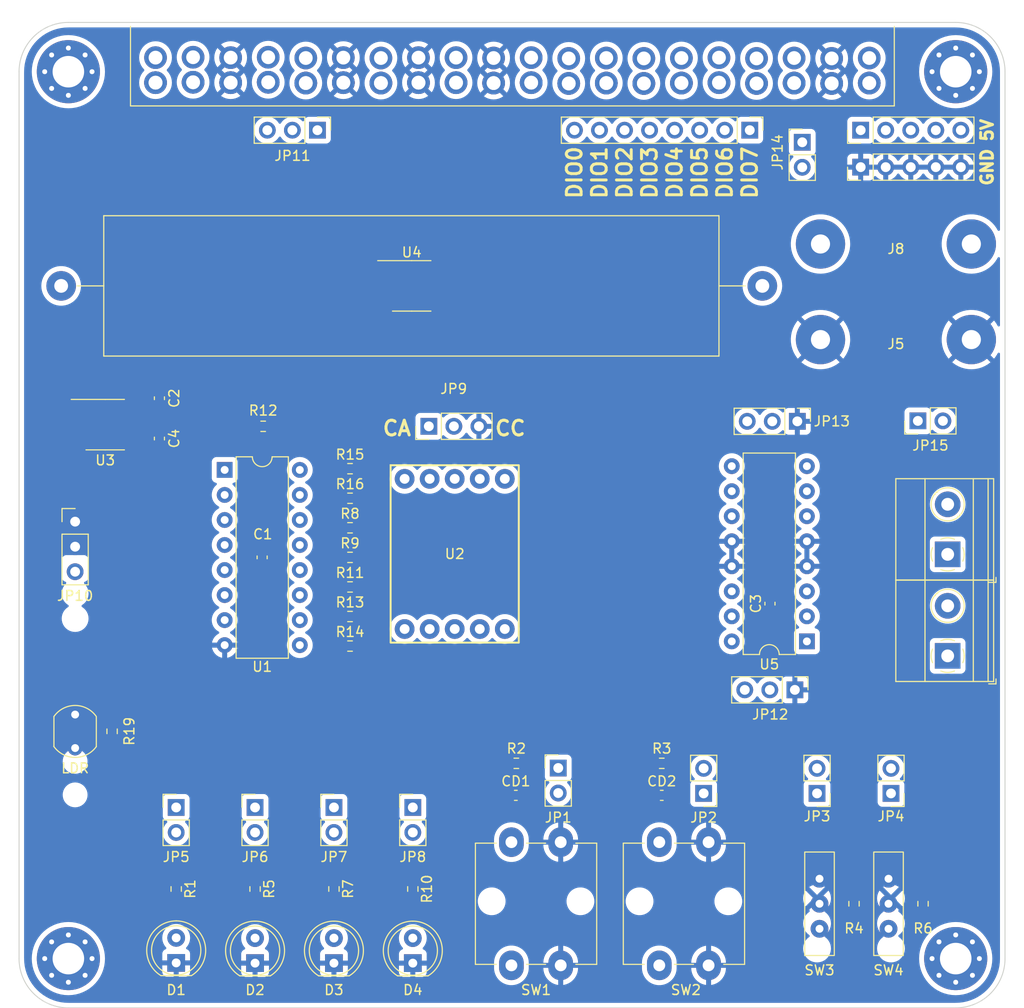
<source format=kicad_pcb>
(kicad_pcb (version 20211014) (generator pcbnew)
  (layers (0 "F.Cu" signal) (31 "B.Cu" signal) (34 "B.Paste" user) (35 "F.Paste" user) (36 "B.SilkS" user "B.Silkscreen") (37 "F.SilkS" user "F.Silkscreen") (38 "B.Mask" user) (39 "F.Mask" user) (44 "Edge.Cuts" user))
  (net 0 "")
  (net 1 "+5V")
  (net 2 "GND")
  (net 3 "Net-(C4-Pad1)")
  (net 4 "Net-(D1-Pad2)")
  (net 5 "Net-(D2-Pad2)")
  (net 6 "Net-(D3-Pad2)")
  (net 7 "Net-(D4-Pad2)")
  (net 8 "Net-(JP6-Pad2)")
  (net 9 "Net-(JP7-Pad2)")
  (net 10 "Net-(JP8-Pad2)")
  (net 13 "AO0")
  (net 15 "AI0+")
  (net 16 "AI1+")
  (net 17 "DIO0")
  (net 18 "DIO1")
  (net 19 "DIO2")
  (net 20 "DIO3")
  (net 21 "DIO4")
  (net 22 "DIO5")
  (net 23 "DIO6")
  (net 24 "DIO7")
  (net 25 "Net-(J4-Pad1)")
  (net 26 "Net-(J4-Pad2)")
  (net 27 "Net-(J6-Pad1)")
  (net 28 "Net-(J6-Pad2)")
  (net 29 "Net-(J8-Pad1)")
  (net 30 "Net-(JP9-Pad2)")
  (net 31 "Net-(JP10-Pad1)")
  (net 32 "Net-(JP10-Pad3)")
  (net 33 "Net-(JP11-Pad1)")
  (net 34 "Net-(JP12-Pad2)")
  (net 35 "Net-(JP13-Pad2)")
  (net 36 "SHUNT")
  (net 37 "VDD")
  (net 38 "Net-(R8-Pad1)")
  (net 39 "Net-(R8-Pad2)")
  (net 40 "Net-(R9-Pad1)")
  (net 41 "Net-(R9-Pad2)")
  (net 42 "Net-(R11-Pad1)")
  (net 43 "Net-(R11-Pad2)")
  (net 44 "Net-(R12-Pad2)")
  (net 45 "Net-(R13-Pad1)")
  (net 46 "Net-(R13-Pad2)")
  (net 47 "Net-(R14-Pad1)")
  (net 48 "Net-(R14-Pad2)")
  (net 49 "Net-(R15-Pad1)")
  (net 50 "Net-(R15-Pad2)")
  (net 51 "Net-(R16-Pad1)")
  (net 52 "Net-(R16-Pad2)")
  (net 53 "Net-(R17-Pad2)")
  (net 64 "Net-(JP5-Pad2)")
  (net 66 "Net-(R4-Pad1)")
  (net 67 "Net-(R6-Pad2)")
  (net 68 "Net-(JP1-Pad1)")
  (net 69 "Net-(JP2-Pad1)")
  (net 70 "Net-(JP3-Pad1)")
  (net 71 "Net-(JP4-Pad1)")
  (footprint "Resistor_SMD:R_0603_1608Metric" (layer "F.Cu") (at 73.6325 102.85)
    (fp_text reference "R11" (at 0 -1.43) (layer "F.SilkS"))
    (fp_text value "680")
    (pad "1" smd roundrect (at -0.825 0) (size 0.8 0.95) (layers "F.Cu" "F.Paste" "F.Mask") (net 42 "Net-(R11-Pad1)"))
    (pad "2" smd roundrect (at 0.825 0) (size 0.8 0.95) (layers "F.Cu" "F.Paste" "F.Mask") (net 43 "Net-(R11-Pad2)"))
  )
  (footprint "MountingHole:MountingHole_3.2mm_M3_Pad_Via" (layer "F.Cu") (at 135.064466 50.564466)
    (fp_text reference "H1" hide)
    (fp_text value "MountingHole_Pad")
    (pad "" thru_hole circle (at 0 0) (size 6.4 6.4) (drill 3.2) (layers *.Cu *.Mask))
    (pad "1" thru_hole circle (at -1.697056 1.697056) (size 0.8 0.8) (drill 0.5) (layers *.Cu *.Mask))
    (pad "1" thru_hole circle (at 0 -2.4) (size 0.8 0.8) (drill 0.5) (layers *.Cu *.Mask))
    (pad "1" thru_hole circle (at 1.697056 1.697056) (size 0.8 0.8) (drill 0.5) (layers *.Cu *.Mask))
    (pad "1" thru_hole circle (at -1.697056 -1.697056) (size 0.8 0.8) (drill 0.5) (layers *.Cu *.Mask))
    (pad "1" thru_hole circle (at -2.4 0) (size 0.8 0.8) (drill 0.5) (layers *.Cu *.Mask))
    (pad "1" thru_hole circle (at 1.697056 -1.697056) (size 0.8 0.8) (drill 0.5) (layers *.Cu *.Mask))
    (pad "1" thru_hole circle (at 2.4 0) (size 0.8 0.8) (drill 0.5) (layers *.Cu *.Mask))
    (pad "1" thru_hole circle (at 0 2.4) (size 0.8 0.8) (drill 0.5) (layers *.Cu *.Mask))
  )
  (footprint "LED_THT:LED_D5.0mm" (layer "F.Cu") (at 80 141.025 90)
    (fp_text reference "D4" (at -2.725 0) (layer "F.SilkS"))
    (fp_text value "LED")
    (pad "1" thru_hole rect (at 0 0 90) (size 1.8 1.8) (drill 0.9) (layers *.Cu *.Mask) (net 2 "GND"))
    (pad "2" thru_hole circle (at 2.54 0 90) (size 1.8 1.8) (drill 0.9) (layers *.Cu *.Mask) (net 7 "Net-(D4-Pad2)"))
  )
  (footprint "Library:Omron_B3F-12x12mm" (layer "F.Cu") (at 90 141.25 90)
    (fp_text reference "SW1" (at -2.5 2.5 180) (layer "F.SilkS"))
    (fp_text value "SW_Push")
    (pad "" np_thru_hole circle (at 6.5 7 90) (size 1.8 1.8) (drill 1.8) (layers F&B.Cu *.Mask))
    (pad "" np_thru_hole circle (at 6.5 -2 90) (size 1.8 1.8) (drill 1.8) (layers F&B.Cu *.Mask))
    (pad "1" thru_hole oval (at 0 0 90) (size 3 2.5) (drill 1.2) (layers *.Cu *.Mask) (net 21 "DIO4"))
    (pad "1" thru_hole oval (at 12.5 0 90) (size 3 2.5) (drill 1.2) (layers *.Cu *.Mask) (net 21 "DIO4"))
    (pad "2" thru_hole oval (at 0 5 90) (size 3 2.5) (drill 1.2) (layers *.Cu *.Mask) (net 2 "GND"))
    (pad "2" thru_hole oval (at 12.5 5 90) (size 3 2.5) (drill 1.2) (layers *.Cu *.Mask) (net 2 "GND"))
  )
  (footprint "Capacitor_SMD:C_0603_1608Metric" (layer "F.Cu") (at 105.25 124)
    (fp_text reference "CD2" (at 0 -1.43) (layer "F.SilkS"))
    (fp_text value "100n")
    (pad "1" smd roundrect (at -0.775 0) (size 0.9 0.95) (layers "F.Cu" "F.Paste" "F.Mask") (net 22 "DIO5"))
    (pad "2" smd roundrect (at 0.775 0) (size 0.9 0.95) (layers "F.Cu" "F.Paste" "F.Mask") (net 2 "GND"))
  )
  (footprint "Connector_PinHeader_2.54mm:PinHeader_1x02_P2.54mm_Vertical" (layer "F.Cu") (at 56 125.225)
    (fp_text reference "JP5" (at 0 5.025 180) (layer "F.SilkS"))
    (fp_text value "Jumper_2_Open")
    (pad "1" thru_hole rect (at 0 0) (size 1.7 1.7) (drill 1) (layers *.Cu *.Mask) (net 17 "DIO0"))
    (pad "2" thru_hole oval (at 0 2.54) (size 1.7 1.7) (drill 1) (layers *.Cu *.Mask) (net 64 "Net-(JP5-Pad2)"))
  )
  (footprint "Capacitor_SMD:C_0603_1608Metric" (layer "F.Cu") (at 116.225 104.545 90)
    (fp_text reference "C3" (at 0 -1.43 90) (layer "F.SilkS"))
    (fp_text value "100n")
    (pad "1" smd roundrect (at -0.775 0 90) (size 0.9 0.95) (layers "F.Cu" "F.Paste" "F.Mask") (net 1 "+5V"))
    (pad "2" smd roundrect (at 0.775 0 90) (size 0.9 0.95) (layers "F.Cu" "F.Paste" "F.Mask") (net 2 "GND"))
  )
  (footprint "Library:we01014042" (layer "F.Cu") (at 128.25 135 90)
    (fp_text reference "SW4" (at -6.75 0 unlocked) (layer "F.SilkS"))
    (fp_text value "SW_SPDT")
    (pad "1" thru_hole circle (at -2.54 0 90) (size 1.8 1.8) (drill 0.8) (layers *.Cu *.Mask) (net 1 "+5V"))
    (pad "2" thru_hole circle (at 0 0 90) (size 1.8 1.8) (drill 0.8) (layers *.Cu *.Mask) (net 67 "Net-(R6-Pad2)"))
    (pad "3" thru_hole circle (at 2.54 0 90) (size 1.8 1.8) (drill 0.8) (layers *.Cu *.Mask) (net 2 "GND"))
  )
  (footprint "Connector_PinHeader_2.54mm:PinHeader_1x03_P2.54mm_Vertical" (layer "F.Cu") (at 45.75 96.225)
    (fp_text reference "JP10" (at 0 7.525) (layer "F.SilkS"))
    (fp_text value "Jumper_3_Open")
    (pad "1" thru_hole rect (at 0 0) (size 1.7 1.7) (drill 1) (layers *.Cu *.Mask) (net 31 "Net-(JP10-Pad1)"))
    (pad "2" thru_hole oval (at 0 2.54) (size 1.7 1.7) (drill 1) (layers *.Cu *.Mask) (net 15 "AI0+"))
    (pad "3" thru_hole oval (at 0 5.08) (size 1.7 1.7) (drill 1) (layers *.Cu *.Mask) (net 32 "Net-(JP10-Pad3)"))
  )
  (footprint "Resistor_SMD:R_0603_1608Metric" (layer "F.Cu") (at 105.25 120.75 180)
    (fp_text reference "R3" (at 0 1.5) (layer "F.SilkS"))
    (fp_text value "10k")
    (pad "1" smd roundrect (at -0.825 0 180) (size 0.8 0.95) (layers "F.Cu" "F.Paste" "F.Mask") (net 69 "Net-(JP2-Pad1)"))
    (pad "2" smd roundrect (at 0.825 0 180) (size 0.8 0.95) (layers "F.Cu" "F.Paste" "F.Mask") (net 22 "DIO5"))
  )
  (footprint "Connector_PinHeader_2.54mm:PinHeader_1x02_P2.54mm_Vertical" (layer "F.Cu") (at 94.75 121.225)
    (fp_text reference "JP1" (at 0 5.025 180) (layer "F.SilkS"))
    (fp_text value "Jumper_2_Open")
    (pad "1" thru_hole rect (at 0 0) (size 1.7 1.7) (drill 1) (layers *.Cu *.Mask) (net 68 "Net-(JP1-Pad1)"))
    (pad "2" thru_hole oval (at 0 2.54) (size 1.7 1.7) (drill 1) (layers *.Cu *.Mask) (net 1 "+5V"))
  )
  (footprint "Connector_PinHeader_2.54mm:PinHeader_1x02_P2.54mm_Vertical" (layer "F.Cu") (at 72 125.225)
    (fp_text reference "JP7" (at 0 5.025 180) (layer "F.SilkS"))
    (fp_text value "Jumper_2_Open")
    (pad "1" thru_hole rect (at 0 0) (size 1.7 1.7) (drill 1) (layers *.Cu *.Mask) (net 19 "DIO2"))
    (pad "2" thru_hole oval (at 0 2.54) (size 1.7 1.7) (drill 1) (layers *.Cu *.Mask) (net 9 "Net-(JP7-Pad2)"))
  )
  (footprint "Connector_PinHeader_2.54mm:PinHeader_1x05_P2.54mm_Vertical" (layer "F.Cu") (at 125.425 56.5 90)
    (fp_text reference "J2" hide)
    (fp_text value "Conn_01x05_Male")
    (pad "1" thru_hole rect (at 0 0 90) (size 1.7 1.7) (drill 1) (layers *.Cu *.Mask) (net 1 "+5V"))
    (pad "2" thru_hole oval (at 0 2.54 90) (size 1.7 1.7) (drill 1) (layers *.Cu *.Mask) (net 1 "+5V"))
    (pad "3" thru_hole oval (at 0 5.08 90) (size 1.7 1.7) (drill 1) (layers *.Cu *.Mask) (net 1 "+5V"))
    (pad "4" thru_hole oval (at 0 7.62 90) (size 1.7 1.7) (drill 1) (layers *.Cu *.Mask) (net 1 "+5V"))
    (pad "5" thru_hole oval (at 0 10.16 90) (size 1.7 1.7) (drill 1) (layers *.Cu *.Mask) (net 1 "+5V"))
  )
  (footprint "Library:Omron_B3F-12x12mm" (layer "F.Cu") (at 105 141.25 90)
    (fp_text reference "SW2" (at -2.5 2.7 180) (layer "F.SilkS"))
    (fp_text value "SW_Push")
    (pad "" np_thru_hole circle (at 6.5 7 90) (size 1.8 1.8) (drill 1.8) (layers F&B.Cu *.Mask))
    (pad "" np_thru_hole circle (at 6.5 -2 90) (size 1.8 1.8) (drill 1.8) (layers F&B.Cu *.Mask))
    (pad "1" thru_hole oval (at 12.5 0 90) (size 3 2.5) (drill 1.2) (layers *.Cu *.Mask) (net 22 "DIO5"))
    (pad "1" thru_hole oval (at 0 0 90) (size 3 2.5) (drill 1.2) (layers *.Cu *.Mask) (net 22 "DIO5"))
    (pad "2" thru_hole oval (at 0 5 90) (size 3 2.5) (drill 1.2) (layers *.Cu *.Mask) (net 2 "GND"))
    (pad "2" thru_hole oval (at 12.5 5 90) (size 3 2.5) (drill 1.2) (layers *.Cu *.Mask) (net 2 "GND"))
  )
  (footprint "Connector_PinHeader_2.54mm:PinHeader_1x02_P2.54mm_Vertical" (layer "F.Cu") (at 119.5 57.725)
    (fp_text reference "JP14" (at -2.5 1.025 270) (layer "F.SilkS"))
    (fp_text value "Jumper_2_Open")
    (pad "1" thru_hole rect (at 0 0) (size 1.7 1.7) (drill 1) (layers *.Cu *.Mask) (net 29 "Net-(J8-Pad1)"))
    (pad "2" thru_hole oval (at 0 2.54) (size 1.7 1.7) (drill 1) (layers *.Cu *.Mask) (net 36 "SHUNT"))
  )
  (footprint "TerminalBlock_Phoenix:TerminalBlock_Phoenix_MKDS-1,5-2-5.08_1x02_P5.08mm_Horizontal" (layer "F.Cu") (at 134.25 99.545 90)
    (fp_text reference "J6" hide)
    (fp_text value "Screw_Terminal_01x02")
    (pad "1" thru_hole rect (at 0 0 90) (size 2.6 2.6) (drill 1.3) (layers *.Cu *.Mask) (net 27 "Net-(J6-Pad1)"))
    (pad "2" thru_hole circle (at 5.08 0 90) (size 2.6 2.6) (drill 1.3) (layers *.Cu *.Mask) (net 28 "Net-(J6-Pad2)"))
  )
  (footprint "Capacitor_SMD:C_0603_1608Metric" (layer "F.Cu") (at 54.3 87.79 -90)
    (fp_text reference "C4" (at 0 -1.5 -270) (layer "F.SilkS"))
    (fp_text value "1n")
    (pad "1" smd roundrect (at -0.775 0 270) (size 0.9 0.95) (layers "F.Cu" "F.Paste" "F.Mask") (net 3 "Net-(C4-Pad1)"))
    (pad "2" smd roundrect (at 0.775 0 270) (size 0.9 0.95) (layers "F.Cu" "F.Paste" "F.Mask") (net 2 "GND"))
  )
  (footprint "LED_THT:LED_D5.0mm" (layer "F.Cu") (at 64 141.025 90)
    (fp_text reference "D2" (at -2.725 0) (layer "F.SilkS"))
    (fp_text value "LED")
    (pad "1" thru_hole rect (at 0 0 90) (size 1.8 1.8) (drill 0.9) (layers *.Cu *.Mask) (net 2 "GND"))
    (pad "2" thru_hole circle (at 2.54 0 90) (size 1.8 1.8) (drill 0.9) (layers *.Cu *.Mask) (net 5 "Net-(D2-Pad2)"))
  )
  (footprint "Resistor_SMD:R_0603_1608Metric" (layer "F.Cu") (at 73.6325 105.85)
    (fp_text reference "R13" (at 0 -1.43) (layer "F.SilkS"))
    (fp_text value "680")
    (pad "1" smd roundrect (at -0.825 0) (size 0.8 0.95) (layers "F.Cu" "F.Paste" "F.Mask") (net 45 "Net-(R13-Pad1)"))
    (pad "2" smd roundrect (at 0.825 0) (size 0.8 0.95) (layers "F.Cu" "F.Paste" "F.Mask") (net 46 "Net-(R13-Pad2)"))
  )
  (footprint "Resistor_SMD:R_0603_1608Metric" (layer "F.Cu") (at 73.6325 96.85)
    (fp_text reference "R8" (at 0 -1.43) (layer "F.SilkS"))
    (fp_text value "680")
    (pad "1" smd roundrect (at -0.825 0) (size 0.8 0.95) (layers "F.Cu" "F.Paste" "F.Mask") (net 38 "Net-(R8-Pad1)"))
    (pad "2" smd roundrect (at 0.825 0) (size 0.8 0.95) (layers "F.Cu" "F.Paste" "F.Mask") (net 39 "Net-(R8-Pad2)"))
  )
  (footprint "MountingHole:MountingHole_3.2mm_M3_Pad_Via" (layer "F.Cu") (at 45.064466 50.564466 -90)
    (fp_text reference "H4" hide)
    (fp_text value "MountingHole_Pad")
    (pad "" thru_hole circle (at 0 0 270) (size 6.4 6.4) (drill 3.2) (layers *.Cu *.Mask))
    (pad "1" thru_hole circle (at 0 2.4 270) (size 0.8 0.8) (drill 0.5) (layers *.Cu *.Mask))
    (pad "1" thru_hole circle (at 1.697056 -1.697056 270) (size 0.8 0.8) (drill 0.5) (layers *.Cu *.Mask))
    (pad "1" thru_hole circle (at -2.4 0 270) (size 0.8 0.8) (drill 0.5) (layers *.Cu *.Mask))
    (pad "1" thru_hole circle (at 1.697056 1.697056 270) (size 0.8 0.8) (drill 0.5) (layers *.Cu *.Mask))
    (pad "1" thru_hole circle (at 2.4 0 270) (size 0.8 0.8) (drill 0.5) (layers *.Cu *.Mask))
    (pad "1" thru_hole circle (at 0 -2.4 270) (size 0.8 0.8) (drill 0.5) (layers *.Cu *.Mask))
    (pad "1" thru_hole circle (at -1.697056 -1.697056 270) (size 0.8 0.8) (drill 0.5) (layers *.Cu *.Mask))
    (pad "1" thru_hole circle (at -1.697056 1.697056 270) (size 0.8 0.8) (drill 0.5) (layers *.Cu *.Mask))
  )
  (footprint "Library:we01014042" (layer "F.Cu") (at 121.25 135 90)
    (fp_text reference "SW3" (at -6.75 0 unlocked) (layer "F.SilkS"))
    (fp_text value "SW_SPDT")
    (pad "1" thru_hole circle (at -2.54 0 90) (size 1.8 1.8) (drill 0.8) (layers *.Cu *.Mask) (net 1 "+5V"))
    (pad "2" thru_hole circle (at 0 0 90) (size 1.8 1.8) (drill 0.8) (layers *.Cu *.Mask) (net 66 "Net-(R4-Pad1)"))
    (pad "3" thru_hole circle (at 2.54 0 90) (size 1.8 1.8) (drill 0.8) (layers *.Cu *.Mask) (net 2 "GND"))
  )
  (footprint "Connector_PinHeader_2.54mm:PinHeader_1x02_P2.54mm_Vertical" (layer "F.Cu") (at 109.5 123.8 180)
    (fp_text reference "JP2" (at 0 -2.45 180) (layer "F.SilkS"))
    (fp_text value "Jumper_2_Open")
    (pad "1" thru_hole rect (at 0 0 180) (size 1.7 1.7) (drill 1) (layers *.Cu *.Mask) (net 69 "Net-(JP2-Pad1)"))
    (pad "2" thru_hole oval (at 0 2.54 180) (size 1.7 1.7) (drill 1) (layers *.Cu *.Mask) (net 1 "+5V"))
  )
  (footprint "Connector_PinHeader_2.54mm:PinHeader_1x03_P2.54mm_Vertical" (layer "F.Cu") (at 119 86.045 -90)
    (fp_text reference "JP13" (at 0 -3.5) (layer "F.SilkS"))
    (fp_text value "Jumper_3_Open")
    (pad "1" thru_hole rect (at 0 0 270) (size 1.7 1.7) (drill 1) (layers *.Cu *.Mask) (net 2 "GND"))
    (pad "2" thru_hole oval (at 0 2.54 270) (size 1.7 1.7) (drill 1) (layers *.Cu *.Mask) (net 35 "Net-(JP13-Pad2)"))
    (pad "3" thru_hole oval (at 0 5.08 270) (size 1.7 1.7) (drill 1) (layers *.Cu *.Mask) (net 1 "+5V"))
  )
  (footprint "Connector_PinHeader_2.54mm:PinHeader_1x02_P2.54mm_Vertical" (layer "F.Cu") (at 80 125.225)
    (fp_text reference "JP8" (at 0 5.025 180) (layer "F.SilkS"))
    (fp_text value "Jumper_2_Open")
    (pad "1" thru_hole rect (at 0 0) (size 1.7 1.7) (drill 1) (layers *.Cu *.Mask) (net 20 "DIO3"))
    (pad "2" thru_hole oval (at 0 2.54) (size 1.7 1.7) (drill 1) (layers *.Cu *.Mask) (net 10 "Net-(JP8-Pad2)"))
  )
  (footprint "Library:OSTV7XX3151" (layer "F.Cu") (at 53.905 49.1375)
    (fp_text reference "J1" hide)
    (fp_text value "OSTV7XX3151")
    (pad "1" thru_hole circle (at 0 2.54) (size 2.3 2.3) (drill 1.4) (layers *.Cu *.Mask))
    (pad "1" thru_hole circle (at 0 0) (size 2.3 2.3) (drill 1.4) (layers *.Cu *.Mask))
    (pad "1" thru_hole circle (at 0 2.54) (size 2.3 2.3) (drill 1.4) (layers *.Cu *.Mask))
    (pad "2" thru_hole circle (at 3.81 2.5) (size 2.3 2.3) (drill 1.4) (layers *.Cu *.Mask))
    (pad "2" thru_hole circle (at 3.81 -0.04) (size 2.3 2.3) (drill 1.4) (layers *.Cu *.Mask))
    (pad "2" thru_hole circle (at 3.81 2.5) (size 2.3 2.3) (drill 1.4) (layers *.Cu *.Mask))
    (pad "3" thru_hole circle (at 7.62 0) (size 2.3 2.3) (drill 1.4) (layers *.Cu *.Mask) (net 2 "GND"))
    (pad "3" thru_hole circle (at 7.62 2.54) (size 2.3 2.3) (drill 1.4) (layers *.Cu *.Mask) (net 2 "GND"))
    (pad "3" thru_hole circle (at 7.62 2.54) (size 2.3 2.3) (drill 1.4) (layers *.Cu *.Mask) (net 2 "GND"))
    (pad "4" thru_hole circle (at 11.43 2.5) (size 2.3 2.3) (drill 1.4) (layers *.Cu *.Mask) (net 13 "AO0"))
    (pad "4" thru_hole circle (at 11.43 -0.04) (size 2.3 2.3) (drill 1.4) (layers *.Cu *.Mask) (net 13 "AO0"))
    (pad "4" thru_hole circle (at 11.43 2.5) (size 2.3 2.3) (drill 1.4) (layers *.Cu *.Mask) (net 13 "AO0"))
    (pad "5" thru_hole circle (at 15.24 2.58) (size 2.3 2.3) (drill 1.4) (layers *.Cu *.Mask))
    (pad "5" thru_hole circle (at 15.24 0.04) (size 2.3 2.3) (drill 1.4) (layers *.Cu *.Mask))
    (pad "5" thru_hole circle (at 15.24 2.58) (size 2.3 2.3) (drill 1.4) (layers *.Cu *.Mask))
    (pad "6" thru_hole circle (at 19.05 2.54) (size 2.3 2.3) (drill 1.4) (layers *.Cu *.Mask) (net 2 "GND"))
    (pad "6" thru_hole circle (at 19.05 0) (size 2.3 2.3) (drill 1.4) (layers *.Cu *.Mask) (net 2 "GND"))
    (pad "6" thru_hole circle (at 19.05 2.54) (size 2.3 2.3) (drill 1.4) (layers *.Cu *.Mask) (net 2 "GND"))
    (pad "7" thru_hole circle (at 22.86 2.58) (size 2.3 2.3) (drill 1.4) (layers *.Cu *.Mask) (net 15 "AI0+"))
    (pad "7" thru_hole circle (at 22.86 2.58) (size 2.3 2.3) (drill 1.4) (layers *.Cu *.Mask) (net 15 "AI0+"))
    (pad "7" thru_hole circle (at 22.86 0.04) (size 2.3 2.3) (drill 1.4) (layers *.Cu *.Mask) (net 15 "AI0+"))
    (pad "8" thru_hole circle (at 26.67 2.54) (size 2.3 2.3) (drill 1.4) (layers *.Cu *.Mask) (net 2 "GND"))
    (pad "8" thru_hole circle (at 26.67 0) (size 2.3 2.3) (drill 1.4) (layers *.Cu *.Mask) (net 2 "GND"))
    (pad "8" thru_hole circle (at 26.67 2.54) (size 2.3 2.3) (drill 1.4) (layers *.Cu *.Mask) (net 2 "GND"))
    (pad "9" thru_hole circle (at 30.48 0) (size 2.3 2.3) (drill 1.4) (layers *.Cu *.Mask) (net 16 "AI1+"))
    (pad "9" thru_hole circle (at 30.48 2.54) (size 2.3 2.3) (drill 1.4) (layers *.Cu *.Mask) (net 16 "AI1+"))
    (pad "9" thru_hole circle (at 30.48 2.54) (size 2.3 2.3) (drill 1.4) (layers *.Cu *.Mask) (net 16 "AI1+"))
    (pad "10" thru_hole circle (at 34.29 2.58) (size 2.3 2.3) (drill 1.4) (layers *.Cu *.Mask) (net 2 "GND"))
    (pad "10" thru_hole circle (at 34.29 2.58) (size 2.3 2.3) (drill 1.4) (layers *.Cu *.Mask) (net 2 "GND"))
    (pad "10" thru_hole circle (at 34.29 0.04) (size 2.3 2.3) (drill 1.4) (layers *.Cu *.Mask) (net 2 "GND"))
    (pad "11" thru_hole circle (at 38.1 2.54) (size 2.3 2.3) (drill 1.4) (layers *.Cu *.Mask) (net 17 "DIO0"))
    (pad "11" thru_hole circle (at 38.1 2.54) (size 2.3 2.3) (drill 1.4) (layers *.Cu *.Mask) (net 17 "DIO0"))
    (pad "11" thru_hole circle (at 38.1 0) (size 2.3 2.3) (drill 1.4) (layers *.Cu *.Mask) (net 17 "DIO0"))
    (pad "12" thru_hole circle (at 41.91 2.62) (size 2.3 2.3) (drill 1.4) (layers *.Cu *.Mask) (net 18 "DIO1"))
    (pad "12" thru_hole circle (at 41.91 2.62) (size 2.3 2.3) (drill 1.4) (layers *.Cu *.Mask) (net 18 "DIO1"))
    (pad "12" thru_hole circle (at 41.91 0.08) (size 2.3 2.3) (drill 1.4) (layers *.Cu *.Mask) (net 18 "DIO1"))
    (pad "13" thru_hole circle (at 45.72 0.04) (size 2.3 2.3) (drill 1.4) (layers *.Cu *.Mask) (net 19 "DIO2"))
    (pad "13" thru_hole circle (at 45.72 2.58) (size 2.3 2.3) (drill 1.4) (layers *.Cu *.Mask) (net 19 "DIO2"))
    (pad "13" thru_hole circle (at 45.72 2.58) (size 2.3 2.3) (drill 1.4) (layers *.Cu *.Mask) (net 19 "DIO2"))
    (pad "14" thru_hole circle (at 49.53 0.08) (size 2.3 2.3) (drill 1.4) (layers *.Cu *.Mask) (net 20 "DIO3"))
    (pad "14" thru_hole circle (at 49.53 2.62) (size 2.3 2.3) (drill 1.4) (layers *.Cu *.Mask) (net 20 "DIO3"))
    (pad "14" thru_hole circle (at 49.53 2.62) (size 2.3 2.3) (drill 1.4) (layers *.Cu *.Mask) (net 20 "DIO3"))
    (pad "15" thru_hole circle (at 53.34 2.58) (size 2.3 2.3) (drill 1.4) (layers *.Cu *.Mask) (net 21 "DIO4"))
    (pad "15" thru_hole circle (at 53.34 0.04) (size 2.3 2.3) (drill 1.4) (layers *.Cu *.Mask) (net 21 "DIO4"))
    (pad "15" thru_hole circle (at 53.34 2.58) (size 2.3 2.3) (drill 1.4) (layers *.Cu *.Mask) (net 21 "DIO4"))
    (pad "16" thru_hole circle (at 57.15 2.54) (size 2.3 2.3) (drill 1.4) (layers *.Cu *.Mask) (net 22 "DIO5"))
    (pad "16" thru_hole circle (at 57.15 0) (size 2.3 2.3) (drill 1.4) (layers *.Cu *.Mask) (net 22 "DIO5"))
    (pad "16" thru_hole circle (at 57.15 2.54) (size 2.3 2.3) (drill 1.4) (layers *.Cu *.Mask) (net 22 "DIO5"))
    (pad "17" thru_hole circle (at 60.96 2.62) (size 2.3 2.3) (drill 1.4) (layers *.Cu *.Mask) (net 23 "DIO6"))
    (pad "17" thru_hole circle (at 60.96 2.62) (size 2.3 2.3) (drill 1.4) (layers *.Cu *.Mask) (net 23 "DIO6"))
    (pad "17" thru_hole circle (at 60.96 0.08) (size 2.3 2.3) (drill 1.4) (layers *.Cu *.Mask) (net 23 "DIO6"))
    (pad "18" thru_hole circle (at 64.77 2.58) (size 2.3 2.3) (drill 1.4) (layers *.Cu *.Mask) (net 24 "DIO7"))
    (pad "18" thru_hole circle (at 64.77 2.58) (size 2.3 2.3) (drill 1.4) (layers *.Cu *.Mask) (net 24 "DIO7"))
    (pad "18" thru_hole circle (at 64.77 0.04) (size 2.3 2.3) (drill 1.4) (layers *.Cu *.Mask) (net 24 "DIO7"))
    (pad "19" thru_hole circle (at 68.58 2.62) (size 2.3 2.3) (drill 1.4) (layers *.Cu *.Mask) (net 2 "GND"))
    (pad "19" thru_hole circle (at 68.58 2.62) (size 2.3 2.3) (drill 1.4) (layers *.Cu *.Mask) (net 2 "GND"))
    (pad "19" thru_hole circle (at 68.58 0.08) (size 2.3 2.3) (drill 1.4) (layers *.Cu *.Mask) (net 2 "GND"))
    (pad "20" thru_hole circle (at 72.39 2.58) (size 2.3 2.3) (drill 1.4) (layers *.Cu *.Mask) (net 1 "+5V"))
    (pad "20" thru_hole circle (at 72.39 2.58) (size 2.3 2.3) (drill 1.4) (layers *.Cu *.Mask) (net 1 "+5V"))
    (pad "20" thru_hole circle (at 72.39 0.04) (size 2.3 2.3) (drill 1.4) (layers *.Cu *.Mask) (net 1 "+5V"))
  )
  (footprint "Package_SO:SOIC-8_3.9x4.9mm_P1.27mm" (layer "F.Cu") (at 48.8 86.38)
    (fp_text reference "U3" (at 0 3.62) (layer "F.SilkS"))
    (fp_text value "ACS712xLCTR-05B")
    (pad "1" smd roundrect (at -2.475 -1.905) (size 1.95 0.6) (layers "F.Cu" "F.Paste" "F.Mask") (net 53 "Net-(R17-Pad2)"))
    (pad "2" smd roundrect (at -2.475 -0.635) (size 1.95 0.6) (layers "F.Cu" "F.Paste" "F.Mask") (net 53 "Net-(R17-Pad2)"))
    (pad "3" smd roundrect (at -2.475 0.635) (size 1.95 0.6) (layers "F.Cu" "F.Paste" "F.Mask") (net 2 "GND"))
    (pad "4" smd roundrect (at -2.475 1.905) (size 1.95 0.6) (layers "F.Cu" "F.Paste" "F.Mask") (net 2 "GND"))
    (pad "5" smd roundrect (at 2.475 1.905) (size 1.95 0.6) (layers "F.Cu" "F.Paste" "F.Mask") (net 2 "GND"))
    (pad "6" smd roundrect (at 2.475 0.635) (size 1.95 0.6) (layers "F.Cu" "F.Paste" "F.Mask") (net 3 "Net-(C4-Pad1)"))
    (pad "7" smd roundrect (at 2.475 -0.635) (size 1.95 0.6) (layers "F.Cu" "F.Paste" "F.Mask") (net 31 "Net-(JP10-Pad1)"))
    (pad "8" smd roundrect (at 2.475 -1.905) (size 1.95 0.6) (layers "F.Cu" "F.Paste" "F.Mask") (net 1 "+5V"))
  )
  (footprint "Connector_PinHeader_2.54mm:PinHeader_1x03_P2.54mm_Vertical" (layer "F.Cu") (at 81.625 86.55 90)
    (fp_text reference "JP9" (at 3.8 2.525 180) (layer "F.SilkS"))
    (fp_text value "Jumper_3_Open")
    (pad "1" thru_hole rect (at 0 0 90) (size 1.7 1.7) (drill 1) (layers *.Cu *.Mask) (net 1 "+5V"))
    (pad "2" thru_hole oval (at 0 2.54 90) (size 1.7 1.7) (drill 1) (layers *.Cu *.Mask) (net 30 "Net-(JP9-Pad2)"))
    (pad "3" thru_hole oval (at 0 5.08 90) (size 1.7 1.7) (drill 1) (layers *.Cu *.Mask) (net 2 "GND"))
  )
  (footprint "Package_DIP:DIP-16_W7.62mm" (layer "F.Cu") (at 60.9175 90.975)
    (fp_text reference "U1" (at 3.81 19.975) (layer "F.SilkS"))
    (fp_text value "74LS47")
    (pad "1" thru_hole rect (at 0 0) (size 1.6 1.6) (drill 0.8) (layers *.Cu *.Mask) (net 18 "DIO1"))
    (pad "2" thru_hole oval (at 0 2.54) (size 1.6 1.6) (drill 0.8) (layers *.Cu *.Mask) (net 19 "DIO2"))
    (pad "3" thru_hole oval (at 0 5.08) (size 1.6 1.6) (drill 0.8) (layers *.Cu *.Mask) (net 44 "Net-(R12-Pad2)"))
    (pad "4" thru_hole oval (at 0 7.62) (size 1.6 1.6) (drill 0.8) (layers *.Cu *.Mask) (net 44 "Net-(R12-Pad2)"))
    (pad "5" thru_hole oval (at 0 10.16) (size 1.6 1.6) (drill 0.8) (layers *.Cu *.Mask) (net 44 "Net-(R12-Pad2)"))
    (pad "6" thru_hole oval (at 0 12.7) (size 1.6 1.6) (drill 0.8) (layers *.Cu *.Mask) (net 20 "DIO3"))
    (pad "7" thru_hole oval (at 0 15.24) (size 1.6 1.6) (drill 0.8) (layers *.Cu *.Mask) (net 17 "DIO0"))
    (pad "8" thru_hole oval (at 0 17.78) (size 1.6 1.6) (drill 0.8) (layers *.Cu *.Mask) (net 2 "GND"))
    (pad "9" thru_hole oval (at 7.62 17.78) (size 1.6 1.6) (drill 0.8) (layers *.Cu *.Mask) (net 47 "Net-(R14-Pad1)"))
    (pad "10" thru_hole oval (at 7.62 15.24) (size 1.6 1.6) (drill 0.8) (layers *.Cu *.Mask) (net 45 "Net-(R13-Pad1)"))
    (pad "11" thru_hole oval (at 7.62 12.7) (size 1.6 1.6) (drill 0.8) (layers *.Cu *.Mask) (net 42 "Net-(R11-Pad1)"))
    (pad "12" thru_hole oval (at 7.62 10.16) (size 1.6 1.6) (drill 0.8) (layers *.Cu *.Mask) (net 40 "Net-(R9-Pad1)"))
    (pad "13" thru_hole oval (at 7.62 7.62) (size 1.6 1.6) (drill 0.8) (layers *.Cu *.Mask) (net 38 "Net-(R8-Pad1)"))
    (pad "14" thru_hole oval (at 7.62 5.08) (size 1.6 1.6) (drill 0.8) (layers *.Cu *.Mask) (net 51 "Net-(R16-Pad1)"))
    (pad "15" thru_hole oval (at 7.62 2.54) (size 1.6 1.6) (drill 0.8) (layers *.Cu *.Mask) (net 49 "Net-(R15-Pad1)"))
    (pad "16" thru_hole oval (at 7.62 0) (size 1.6 1.6) (drill 0.8) (layers *.Cu *.Mask) (net 1 "+5V"))
  )
  (footprint "OptoDevice:R_LDR_5.1x4.3mm_P3.4mm_Vertical" (layer "F.Cu") (at 45.75 119.2 90)
    (fp_text reference "R18" hide)
    (fp_text value "R_Photo")
    (pad "1" thru_hole circle (at 0 0 90) (size 1.5 1.5) (drill 0.8) (layers *.Cu *.Mask) (net 1 "+5V"))
    (pad "2" thru_hole circle (at 3.4 0 90) (size 1.5 1.5) (drill 0.8) (layers *.Cu *.Mask) (net 32 "Net-(JP10-Pad3)"))
  )
  (footprint "Connector_PinHeader_2.54mm:PinHeader_1x02_P2.54mm_Vertical" (layer "F.Cu") (at 121 123.8 180)
    (fp_text reference "JP3" (at 0 -2.33) (layer "F.SilkS"))
    (fp_text value "Jumper_2_Open")
    (pad "1" thru_hole rect (at 0 0 180) (size 1.7 1.7) (drill 1) (layers *.Cu *.Mask) (net 70 "Net-(JP3-Pad1)"))
    (pad "2" thru_hole oval (at 0 2.54 180) (size 1.7 1.7) (drill 1) (layers *.Cu *.Mask) (net 23 "DIO6"))
  )
  (footprint "Capacitor_SMD:C_0603_1608Metric" (layer "F.Cu") (at 90.45 124)
    (fp_text reference "CD1" (at 0 -1.43) (layer "F.SilkS"))
    (fp_text value "100n")
    (pad "1" smd roundrect (at -0.775 0) (size 0.9 0.95) (layers "F.Cu" "F.Paste" "F.Mask") (net 21 "DIO4"))
    (pad "2" smd roundrect (at 0.775 0) (size 0.9 0.95) (layers "F.Cu" "F.Paste" "F.Mask") (net 2 "GND"))
  )
  (footprint "Resistor_SMD:R_0603_1608Metric" (layer "F.Cu") (at 56 133.5 -90)
    (fp_text reference "R1" (at 0 -1.43 90) (layer "F.SilkS"))
    (fp_text value "1k")
    (pad "1" smd roundrect (at -0.825 0 270) (size 0.8 0.95) (layers "F.Cu" "F.Paste" "F.Mask") (net 64 "Net-(JP5-Pad2)"))
    (pad "2" smd roundrect (at 0.825 0 270) (size 0.8 0.95) (layers "F.Cu" "F.Paste" "F.Mask") (net 4 "Net-(D1-Pad2)"))
  )
  (footprint "Capacitor_SMD:C_0603_1608Metric" (layer "F.Cu") (at 64.7175 99.85 -90)
    (fp_text reference "C1" (at -2.35 -0.065 180) (layer "F.SilkS"))
    (fp_text value "100n")
    (pad "1" smd roundrect (at -0.775 0 270) (size 0.9 0.95) (layers "F.Cu" "F.Paste" "F.Mask") (net 1 "+5V"))
    (pad "2" smd roundrect (at 0.775 0 270) (size 0.9 0.95) (layers "F.Cu" "F.Paste" "F.Mask") (net 2 "GND"))
  )
  (footprint "Connector_PinHeader_2.54mm:PinHeader_1x02_P2.54mm_Vertical" (layer "F.Cu") (at 64 125.225)
    (fp_text reference "JP6" (at 0 5.025 180) (layer "F.SilkS"))
    (fp_text value "Jumper_2_Open")
    (pad "1" thru_hole rect (at 0 0) (size 1.7 1.7) (drill 1) (layers *.Cu *.Mask) (net 18 "DIO1"))
    (pad "2" thru_hole oval (at 0 2.54) (size 1.7 1.7) (drill 1) (layers *.Cu *.Mask) (net 8 "Net-(JP6-Pad2)"))
  )
  (footprint "Package_DIP:DIP-16_W7.62mm" (layer "F.Cu") (at 119.97 108.375 180)
    (fp_text reference "U5" (at 3.81 -2.33) (layer "F.SilkS"))
    (fp_text value "L293D")
    (pad "1" thru_hole rect (at 0 0 180) (size 1.6 1.6) (drill 0.8) (layers *.Cu *.Mask) (net 34 "Net-(JP12-Pad2)"))
    (pad "2" thru_hole oval (at 0 2.54 180) (size 1.6 1.6) (drill 0.8) (layers *.Cu *.Mask) (net 17 "DIO0"))
    (pad "3" thru_hole oval (at 0 5.08 180) (size 1.6 1.6) (drill 0.8) (layers *.Cu *.Mask) (net 25 "Net-(J4-Pad1)"))
    (pad "4" thru_hole oval (at 0 7.62 180) (size 1.6 1.6) (drill 0.8) (layers *.Cu *.Mask) (net 2 "GND"))
    (pad "5" thru_hole oval (at 0 10.16 180) (size 1.6 1.6) (drill 0.8) (layers *.Cu *.Mask) (net 2 "GND"))
    (pad "6" thru_hole oval (at 0 12.7 180) (size 1.6 1.6) (drill 0.8) (layers *.Cu *.Mask) (net 26 "Net-(J4-Pad2)"))
    (pad "7" thru_hole oval (at 0 15.24 180) (size 1.6 1.6) (drill 0.8) (layers *.Cu *.Mask) (net 18 "DIO1"))
    (pad "8" thru_hole oval (at 0 17.78 180) (size 1.6 1.6) (drill 0.8) (layers *.Cu *.Mask) (net 37 "VDD"))
    (pad "9" thru_hole oval (at 7.62 17.78 180) (size 1.6 1.6) (drill 0.8) (layers *.Cu *.Mask) (net 35 "Net-(JP13-Pad2)"))
    (pad "10" thru_hole oval (at 7.62 15.24 180) (size 1.6 1.6) (drill 0.8) (layers *.Cu *.Mask) (net 19 "DIO2"))
    (pad "11" thru_hole oval (at 7.62 12.7 180) (size 1.6 1.6) (drill 0.8) (layers *.Cu *.Mask) (net 27 "Net-(J6-Pad1)"))
    (pad "12" thru_hole oval (at 7.62 10.16 180) (size 1.6 1.6) (drill 0.8) (layers *.Cu *.Mask) (net 2 "GND"))
    (pad "13" thru_hole oval (at 7.62 7.62 180) (size 1.6 1.6) (drill 0.8) (layers *.Cu *.Mask) (net 2 "GND"))
    (pad "14" thru_hole oval (at 7.62 5.08 180) (size 1.6 1.6) (drill 0.8) (layers *.Cu *.Mask) (net 28 "Net-(J6-Pad2)"))
    (pad "15" thru_hole oval (at 7.62 2.54 180) (size 1.6 1.6) (drill 0.8) (layers *.Cu *.Mask) (net 20 "DIO3"))
    (pad "16" thru_hole oval (at 7.62 0 180) (size 1.6 1.6) (drill 0.8) (layers *.Cu *.Mask) (net 1 "+5V"))
  )
  (footprint "Library:7segm-SA52" (layer "F.Cu") (at 84.25 99.5)
    (fp_text reference "U2" (at 0 0 unlocked) (layer "F.SilkS"))
    (fp_text value "7segm-symbol")
    (pad "1" thru_hole circle (at -5.08 7.62) (size 2 2) (drill 1) (layers *.Cu *.Mask) (net 48 "Net-(R14-Pad2)"))
    (pad "2" thru_hole circle (at -2.54 7.62) (size 2 2) (drill 1) (layers *.Cu *.Mask) (net 46 "Net-(R13-Pad2)"))
    (pad "3" thru_hole circle (at 0 7.62) (size 2 2) (drill 1) (layers *.Cu *.Mask))
    (pad "4" thru_hole circle (at 2.54 7.62) (size 2 2) (drill 1) (layers *.Cu *.Mask) (net 43 "Net-(R11-Pad2)"))
    (pad "5" thru_hole circle (at 5.08 7.62) (size 2 2) (drill 1) (layers *.Cu *.Mask))
    (pad "6" thru_hole circle (at 5.08 -7.62) (size 2 2) (drill 1) (layers *.Cu *.Mask) (net 41 "Net-(R9-Pad2)"))
    (pad "7" thru_hole circle (at 2.54 -7.62) (size 2 2) (drill 1) (layers *.Cu *.Mask) (net 39 "Net-(R8-Pad2)"))
    (pad "8" thru_hole circle (at 0 -7.62) (size 2 2) (drill 1) (layers *.Cu *.Mask) (net 30 "Net-(JP9-Pad2)"))
    (pad "9" thru_hole circle (at -2.54 -7.62) (size 2 2) (drill 1) (layers *.Cu *.Mask) (net 50 "Net-(R15-Pad2)"))
    (pad "10" thru_hole circle (at -5.08 -7.62) (size 2 2) (drill 1) (layers *.Cu *.Mask) (net 52 "Net-(R16-Pad2)"))
  )
  (footprint "Connector_PinHeader_2.54mm:PinHeader_1x02_P2.54mm_Vertical" (layer "F.Cu") (at 131.225 86 90)
    (fp_text reference "JP15" (at -2.5 1.275 180) (layer "F.SilkS"))
    (fp_text value "Jumper_2_Open")
    (pad "1" thru_hole rect (at 0 0 90) (size 1.7 1.7) (drill 1) (layers *.Cu *.Mask) (net 29 "Net-(J8-Pad1)"))
    (pad "2" thru_hole oval (at 0 2.54 90) (size 1.7 1.7) (drill 1) (layers *.Cu *.Mask) (net 37 "VDD"))
  )
  (footprint "MountingHole:MountingHole_3.2mm_M3_Pad_Via" (layer "F.Cu") (at 135.064466 140.564466)
    (fp_text reference "H2" hide)
    (fp_text value "MountingHole_Pad")
    (pad "" thru_hole circle (at 0 0) (size 6.4 6.4) (drill 3.2) (layers *.Cu *.Mask))
    (pad "1" thru_hole circle (at -2.4 0) (size 0.8 0.8) (drill 0.5) (layers *.Cu *.Mask))
    (pad "1" thru_hole circle (at -1.697056 -1.697056) (size 0.8 0.8) (drill 0.5) (layers *.Cu *.Mask))
    (pad "1" thru_hole circle (at 1.697056 -1.697056) (size 0.8 0.8) (drill 0.5) (layers *.Cu *.Mask))
    (pad "1" thru_hole circle (at 0 -2.4) (size 0.8 0.8) (drill 0.5) (layers *.Cu *.Mask))
    (pad "1" thru_hole circle (at 2.4 0) (size 0.8 0.8) (drill 0.5) (layers *.Cu *.Mask))
    (pad "1" thru_hole circle (at 1.697056 1.697056) (size 0.8 0.8) (drill 0.5) (layers *.Cu *.Mask))
    (pad "1" thru_hole circle (at -1.697056 1.697056) (size 0.8 0.8) (drill 0.5) (layers *.Cu *.Mask))
    (pad "1" thru_hole circle (at 0 2.4) (size 0.8 0.8) (drill 0.5) (layers *.Cu *.Mask))
  )
  (footprint "Resistor_SMD:R_0603_1608Metric" (layer "F.Cu") (at 124.75 135 90)
    (fp_text reference "R4" (at -2.5 0 180) (layer "F.SilkS"))
    (fp_text value "10k")
    (pad "1" smd roundrect (at -0.825 0 90) (size 0.8 0.95) (layers "F.Cu" "F.Paste" "F.Mask") (net 66 "Net-(R4-Pad1)"))
    (pad "2" smd roundrect (at 0.825 0 90) (size 0.8 0.95) (layers "F.Cu" "F.Paste" "F.Mask") (net 70 "Net-(JP3-Pad1)"))
  )
  (footprint "Capacitor_SMD:C_0603_1608Metric" (layer "F.Cu") (at 54.3 83.7 90)
    (fp_text reference "C2" (at 0 1.5 90) (layer "F.SilkS"))
    (fp_text value "100n")
    (pad "1" smd roundrect (at -0.775 0 90) (size 0.9 0.95) (layers "F.Cu" "F.Paste" "F.Mask") (net 1 "+5V"))
    (pad "2" smd roundrect (at 0.775 0 90) (size 0.9 0.95) (layers "F.Cu" "F.Paste" "F.Mask") (net 2 "GND"))
  )
  (footprint "Connector_PinHeader_2.54mm:PinHeader_1x03_P2.54mm_Vertical" (layer "F.Cu") (at 70.325 56.5 -90)
    (fp_text reference "JP11" (at 2.6 2.525 -180) (layer "F.SilkS"))
    (fp_text value "Jumper_3_Open")
    (pad "1" thru_hole rect (at 0 0 270) (size 1.7 1.7) (drill 1) (layers *.Cu *.Mask) (net 33 "Net-(JP11-Pad1)"))
    (pad "2" thru_hole oval (at 0 2.54 270) (size 1.7 1.7) (drill 1) (layers *.Cu *.Mask) (net 16 "AI1+"))
    (pad "3" thru_hole oval (at 0 5.08 270) (size 1.7 1.7) (drill 1) (layers *.Cu *.Mask) (net 13 "AO0"))
  )
  (footprint "Package_SO:SOIC-8_3.9x4.9mm_P1.27mm" (layer "F.Cu") (at 79.8875 72.3)
    (fp_text reference "U4" (at 0 -3.4) (layer "F.SilkS"))
    (fp_text value "LM35-D")
    (pad "1" smd roundrect (at -2.475 -1.905) (size 1.95 0.6) (layers "F.Cu" "F.Paste" "F.Mask") (net 33 "Net-(JP11-Pad1)"))
    (pad "2" smd roundrect (at -2.475 -0.635) (size 1.95 0.6) (layers "F.Cu" "F.Paste" "F.Mask"))
    (pad "3" smd roundrect (at -2.475 0.635) (size 1.95 0.6) (layers "F.Cu" "F.Paste" "F.Mask"))
    (pad "4" smd roundrect (at -2.475 1.905) (size 1.95 0.6) (layers "F.Cu" "F.Paste" "F.Mask") (net 2 "GND"))
    (pad "5" smd roundrect (at 2.475 1.905) (size 1.95 0.6) (layers "F.Cu" "F.Paste" "F.Mask"))
    (pad "6" smd roundrect (at 2.475 0.635) (size 1.95 0.6) (layers "F.Cu" "F.Paste" "F.Mask"))
    (pad "7" smd roundrect (at 2.475 -0.635) (size 1.95 0.6) (layers "F.Cu" "F.Paste" "F.Mask"))
    (pad "8" smd roundrect (at 2.475 -1.905) (size 1.95 0.6) (layers "F.Cu" "F.Paste" "F.Mask") (net 1 "+5V"))
  )
  (footprint "LED_THT:LED_D5.0mm" (layer "F.Cu") (at 56 141 90)
    (fp_text reference "D1" (at -2.75 0) (layer "F.SilkS"))
    (fp_text value "LED")
    (pad "1" thru_hole rect (at 0 0 90) (size 1.8 1.8) (drill 0.9) (layers *.Cu *.Mask) (net 2 "GND"))
    (pad "2" thru_hole circle (at 2.54 0 90) (size 1.8 1.8) (drill 0.9) (layers *.Cu *.Mask) (net 4 "Net-(D1-Pad2)"))
  )
  (footprint "MountingHole:MountingHole_3.2mm_M3_Pad_Via" (layer "F.Cu") (at 45.064466 140.564466)
    (fp_text reference "H3" hide)
    (fp_text value "MountingHole_Pad")
    (pad "" thru_hole circle (at 0 0) (size 6.4 6.4) (drill 3.2) (layers *.Cu *.Mask))
    (pad "1" thru_hole circle (at 2.4 0) (size 0.8 0.8) (drill 0.5) (layers *.Cu *.Mask))
    (pad "1" thru_hole circle (at 0 2.4) (size 0.8 0.8) (drill 0.5) (layers *.Cu *.Mask))
    (pad "1" thru_hole circle (at -2.4 0) (size 0.8 0.8) (drill 0.5) (layers *.Cu *.Mask))
    (pad "1" thru_hole circle (at 1.697056 1.697056) (size 0.8 0.8) (drill 0.5) (layers *.Cu *.Mask))
    (pad "1" thru_hole circle (at 1.697056 -1.697056) (size 0.8 0.8) (drill 0.5) (layers *.Cu *.Mask))
    (pad "1" thru_hole circle (at -1.697056 -1.697056) (size 0.8 0.8) (drill 0.5) (layers *.Cu *.Mask))
    (pad "1" thru_hole circle (at 0 -2.4) (size 0.8 0.8) (drill 0.5) (layers *.Cu *.Mask))
    (pad "1" thru_hole circle (at -1.697056 1.697056) (size 0.8 0.8) (drill 0.5) (layers *.Cu *.Mask))
  )
  (footprint "Library:DELTRON 4mm banana socket - red" (layer "F.Cu") (at 129 68.05 180)
    (fp_text reference "J8" (at 0 -0.5 unlocked) (layer "F.SilkS"))
    (fp_text value "Screw_Terminal_01x02")
    (pad "1" thru_hole circle (at -7.65 0 180) (size 5 5) (drill 1.94) (layers *.Cu *.Mask) (net 29 "Net-(J8-Pad1)"))
    (pad "1" thru_hole circle (at 7.65 0 180) (size 5 5) (drill 1.94) (layers *.Cu *.Mask) (net 29 "Net-(J8-Pad1)"))
  )
  (footprint "Resistor_SMD:R_0603_1608Metric" (layer "F.Cu") (at 73.6325 108.85)
    (fp_text reference "R14" (at 0 -1.43) (layer "F.SilkS"))
    (fp_text value "680")
    (pad "1" smd roundrect (at -0.825 0) (size 0.8 0.95) (layers "F.Cu" "F.Paste" "F.Mask") (net 47 "Net-(R14-Pad1)"))
    (pad "2" smd roundrect (at 0.825 0) (size 0.8 0.95) (layers "F.Cu" "F.Paste" "F.Mask") (net 48 "Net-(R14-Pad2)"))
  )
  (footprint "Connector_PinHeader_2.54mm:PinHeader_1x02_P2.54mm_Vertical" (layer "F.Cu") (at 128.5 123.8 180)
    (fp_text reference "JP4" (at 0 -2.33) (layer "F.SilkS"))
    (fp_text value "Jumper_2_Open")
    (pad "1" thru_hole rect (at 0 0 180) (size 1.7 1.7) (drill 1) (layers *.Cu *.Mask) (net 71 "Net-(JP4-Pad1)"))
    (pad "2" thru_hole oval (at 0 2.54 180) (size 1.7 1.7) (drill 1) (layers *.Cu *.Mask) (net 24 "DIO7"))
  )
  (footprint "Library:R_Axial_Power_L60.0mm_W14.0mm_P71.12mm" (layer "F.Cu") (at 115.4525 72.3 180)
    (fp_text reference "R17" hide)
    (fp_text value "1R")
    (pad "1" thru_hole circle (at 0 0 180) (size 3 3) (drill 1.4) (layers *.Cu *.Mask) (net 36 "SHUNT"))
    (pad "2" thru_hole circle (at 71.12 0 180) (size 3 3) (drill 1.4) (layers *.Cu *.Mask) (net 53 "Net-(R17-Pad2)"))
  )
  (footprint "Resistor_SMD:R_0603_1608Metric" (layer "F.Cu") (at 73.6325 90.85)
    (fp_text reference "R15" (at 0 -1.43) (layer "F.SilkS"))
    (fp_text value "680")
    (pad "1" smd roundrect (at -0.825 0) (size 0.8 0.95) (layers "F.Cu" "F.Paste" "F.Mask") (net 49 "Net-(R15-Pad1)"))
    (pad "2" smd roundrect (at 0.825 0) (size 0.8 0.95) (layers "F.Cu" "F.Paste" "F.Mask") (net 50 "Net-(R15-Pad2)"))
  )
  (footprint "Connector_PinHeader_2.54mm:PinHeader_1x03_P2.54mm_Vertical" (layer "F.Cu") (at 118.75 113.295 -90)
    (fp_text reference "JP12" (at 2.5 2.5 180) (layer "F.SilkS"))
    (fp_text value "Jumper_3_Open")
    (pad "1" thru_hole rect (at 0 0 270) (size 1.7 1.7) (drill 1) (layers *.Cu *.Mask) (net 2 "GND"))
    (pad "2" thru_hole oval (at 0 2.54 270) (size 1.7 1.7) (drill 1) (layers *.Cu *.Mask) (net 34 "Net-(JP12-Pad2)"))
    (pad "3" thru_hole oval (at 0 5.08 270) (size 1.7 1.7) (drill 1) (layers *.Cu *.Mask) (net 1 "+5V"))
  )
  (footprint "Resistor_SMD:R_0603_1608Metric" (layer "F.Cu") (at 64.8225 86.55 180)
    (fp_text reference "R12" (at 0 1.6) (layer "F.SilkS"))
    (fp_text value "10k")
    (pad "1" smd roundrect (at -0.825 0 180) (size 0.8 0.95) (layers "F.Cu" "F.Paste" "F.Mask") (net 1 "+5V"))
    (pad "2" smd roundrect (at 0.825 0 180) (size 0.8 0.95) (layers "F.Cu" "F.Paste" "F.Mask") (net 44 "Net-(R12-Pad2)"))
  )
  (footprint "Resistor_SMD:R_0603_1608Metric" (layer "F.Cu") (at 80 133.5 -90)
    (fp_text reference "R10" (at 0 -1.43 90) (layer "F.SilkS"))
    (fp_text value "1k")
    (pad "1" smd roundrect (at -0.825 0 270) (size 0.8 0.95) (layers "F.Cu" "F.Paste" "F.Mask") (net 10 "Net-(JP8-Pad2)"))
    (pad "2" smd roundrect (at 0.825 0 270) (size 0.8 0.95) (layers "F.Cu" "F.Paste" "F.Mask") (net 7 "Net-(D4-Pad2)"))
  )
  (footprint "Resistor_SMD:R_0603_1608Metric" (layer "F.Cu") (at 131.75 135 -90)
    (fp_text reference "R6" (at 2.5 0 180) (layer "F.SilkS"))
    (fp_text value "10k")
    (pad "1" smd roundrect (at -0.825 0 270) (size 0.8 0.95) (layers "F.Cu" "F.Paste" "F.Mask") (net 71 "Net-(JP4-Pad1)"))
    (pad "2" smd roundrect (at 0.825 0 270) (size 0.8 0.95) (layers "F.Cu" "F.Paste" "F.Mask") (net 67 "Net-(R6-Pad2)"))
  )
  (footprint "Resistor_SMD:R_0603_1608Metric" (layer "F.Cu") (at 73.6325 93.85)
    (fp_text reference "R16" (at 0 -1.43) (layer "F.SilkS"))
    (fp_text value "680")
    (pad "1" smd roundrect (at -0.825 0) (size 0.8 0.95) (layers "F.Cu" "F.Paste" "F.Mask") (net 51 "Net-(R16-Pad1)"))
    (pad "2" smd roundrect (at 0.825 0) (size 0.8 0.95) (layers "F.Cu" "F.Paste" "F.Mask") (net 52 "Net-(R16-Pad2)"))
  )
  (footprint "LED_THT:LED_D5.0mm" (layer "F.Cu") (at 72 141.025 90)
    (fp_text reference "D3" (at -2.725 0) (layer "F.SilkS"))
    (fp_text value "LED")
    (pad "1" thru_hole rect (at 0 0 90) (size 1.8 1.8) (drill 0.9) (layers *.Cu *.Mask) (net 2 "GND"))
    (pad "2" thru_hole circle (at 2.54 0 90) (size 1.8 1.8) (drill 0.9) (layers *.Cu *.Mask) (net 6 "Net-(D3-Pad2)"))
  )
  (footprint "Resistor_SMD:R_0603_1608Metric" (layer "F.Cu") (at 64 133.5 -90)
    (fp_text reference "R5" (at 0 -1.43 90) (layer "F.SilkS"))
    (fp_text value "1k")
    (pad "1" smd roundrect (at -0.825 0 270) (size 0.8 0.95) (layers "F.Cu" "F.Paste" "F.Mask") (net 8 "Net-(JP6-Pad2)"))
    (pad "2" smd roundrect (at 0.825 0 270) (size 0.8 0.95) (layers "F.Cu" "F.Paste" "F.Mask") (net 5 "Net-(D2-Pad2)"))
  )
  (footprint "Resistor_SMD:R_0603_1608Metric" (layer "F.Cu") (at 49.5 117.5 -90)
    (fp_text reference "R19" (at 0 -1.75 90) (layer "F.SilkS"))
    (fp_text value "10k")
    (pad "1" smd roundrect (at -0.825 0 270) (size 0.8 0.95) (layers "F.Cu" "F.Paste" "F.Mask") (net 32 "Net-(JP10-Pad3)"))
    (pad "2" smd roundrect (at 0.825 0 270) (size 0.8 0.95) (layers "F.Cu" "F.Paste" "F.Mask") (net 2 "GND"))
  )
  (footprint "Library:DELTRON 4mm banana socket - black" (layer "F.Cu") (at 129 77.75 180)
    (fp_text reference "J5" (at 0 -0.45 unlocked) (layer "F.SilkS"))
    (fp_text value "Screw_Terminal_01x02")
    (pad "1" thru_hole circle (at 7.65 0 180) (size 5 5) (drill 1.94) (layers *.Cu *.Mask) (net 2 "GND"))
    (pad "1" thru_hole circle (at -7.65 0 180) (size 5 5) (drill 1.94) (layers *.Cu *.Mask) (net 2 "GND"))
  )
  (footprint "Connector_PinHeader_2.54mm:PinHeader_1x05_P2.54mm_Vertical" (layer "F.Cu") (at 125.425 60.25 90)
    (fp_text reference "J3" hide)
    (fp_text value "Conn_01x05_Male")
    (pad "1" thru_hole rect (at 0 0 90) (size 1.7 1.7) (drill 1) (layers *.Cu *.Mask) (net 2 "GND"))
    (pad "2" thru_hole oval (at 0 2.54 90) (size 1.7 1.7) (drill 1) (layers *.Cu *.Mask) (net 2 "GND"))
    (pad "3" thru_hole oval (at 0 5.08 90) (size 1.7 1.7) (drill 1) (layers *.Cu *.Mask) (net 2 "GND"))
    (pad "4" thru_hole oval (at 0 7.62 90) (size 1.7 1.7) (drill 1) (layers *.Cu *.Mask) (net 2 "GND"))
    (pad "5" thru_hole oval (at 0 10.16 90) (size 1.7 1.7) (drill 1) (layers *.Cu *.Mask) (net 2 "GND"))
  )
  (footprint "Connector_PinHeader_2.54mm:PinHeader_1x08_P2.54mm_Vertical" (layer "F.Cu") (at 114.175 56.5 -90)
    (fp_text reference "J7" hide)
    (fp_text value "Conn_01x08_Male")
    (pad "1" thru_hole rect (at 0 0 270) (size 1.7 1.7) (drill 1) (layers *.Cu *.Mask) (net 24 "DIO7"))
    (pad "2" thru_hole oval (at 0 2.54 270) (size 1.7 1.7) (drill 1) (layers *.Cu *.Mask) (net 23 "DIO6"))
    (pad "3" thru_hole oval (at 0 5.08 270) (size 1.7 1.7) (drill 1) (layers *.Cu *.Mask) (net 22 "DIO5"))
    (pad "4" thru_hole oval (at 0 7.62 270) (size 1.7 1.7) (drill 1) (layers *.Cu *.Mask) (net 21 "DIO4"))
    (pad "5" thru_hole oval (at 0 10.16 270) (size 1.7 1.7) (drill 1) (layers *.Cu *.Mask) (net 20 "DIO3"))
    (pad "6" thru_hole oval (at 0 12.7 270) (size 1.7 1.7) (drill 1) (layers *.Cu *.Mask) (net 19 "DIO2"))
    (pad "7" thru_hole oval (at 0 15.24 270) (size 1.7 1.7) (drill 1) (layers *.Cu *.Mask) (net 18 "DIO1"))
    (pad "8" thru_hole oval (at 0 17.78 270) (size 1.7 1.7) (drill 1) (layers *.Cu *.Mask) (net 17 "DIO0"))
  )
  (footprint "Resistor_SMD:R_0603_1608Metric" (layer "F.Cu") (at 73.6325 99.85)
    (fp_text reference "R9" (at 0 -1.43) (layer "F.SilkS"))
    (fp_text value "680")
    (pad "1" smd roundrect (at -0.825 0) (size 0.8 0.95) (layers "F.Cu" "F.Paste" "F.Mask") (net 40 "Net-(R9-Pad1)"))
    (pad "2" smd roundrect (at 0.825 0) (size 0.8 0.95) (layers "F.Cu" "F.Paste" "F.Mask") (net 41 "Net-(R9-Pad2)"))
  )
  (footprint "Resistor_SMD:R_0603_1608Metric" (layer "F.Cu") (at 72 133.5 -90)
    (fp_text reference "R7" (at 0 -1.43 90) (layer "F.SilkS"))
    (fp_text value "1k")
    (pad "1" smd roundrect (at -0.825 0 270) (size 0.8 0.95) (layers "F.Cu" "F.Paste" "F.Mask") (net 9 "Net-(JP7-Pad2)"))
    (pad "2" smd roundrect (at 0.825 0 270) (size 0.8 0.95) (layers "F.Cu" "F.Paste" "F.Mask") (net 6 "Net-(D3-Pad2)"))
  )
  (footprint "Resistor_SMD:R_0603_1608Metric" (layer "F.Cu") (at 90.5 120.75 180)
    (fp_text reference "R2" (at 0 1.5) (layer "F.SilkS"))
    (fp_text value "10k")
    (pad "1" smd roundrect (at -0.825 0 180) (size 0.8 0.95) (layers "F.Cu" "F.Paste" "F.Mask") (net 68 "Net-(JP1-Pad1)"))
    (pad "2" smd roundrect (at 0.825 0 180) (size 0.8 0.95) (layers "F.Cu" "F.Paste" "F.Mask") (net 21 "DIO4"))
  )
  (footprint "TerminalBlock_Phoenix:TerminalBlock_Phoenix_MKDS-1,5-2-5.08_1x02_P5.08mm_Horizontal" (layer "F.Cu") (at 134.25 109.845 90)
    (fp_text reference "J4" hide)
    (fp_text value "Screw_Terminal_01x02")
    (pad "1" thru_hole rect (at 0 0 90) (size 2.6 2.6) (drill 1.3) (layers *.Cu *.Mask) (net 25 "Net-(J4-Pad1)"))
    (pad "2" thru_hole circle (at 5.08 0 90) (size 2.6 2.6) (drill 1.3) (layers *.Cu *.Mask) (net 26 "Net-(J4-Pad2)"))
  )
  (gr_line (start 135.064466 45.564466) (end 45.064466 45.564466) (layer "Edge.Cuts") (width 0.1))
  (gr_line (start 45.064466 145.564466) (end 135.064466 145.564466) (layer "Edge.Cuts") (width 0.1))
  (gr_line (start 40.064466 140.564466) (end 40.064466 50.564466) (layer "Edge.Cuts") (width 0.1))
  (gr_line (start 140.064466 140.564466) (end 140.064466 50.564466) (layer "Edge.Cuts") (width 0.1))
  (gr_arc (start 140.064466 140.564466) (mid 138.6 144.1) (end 135.064466 145.564466) (layer "Edge.Cuts") (width 0.1))
  (gr_arc (start 135.064466 45.564466) (mid 138.6 47.028932) (end 140.064466 50.564466) (layer "Edge.Cuts") (width 0.1))
  (gr_arc (start 40.064466 50.564466) (mid 41.528932 47.028932) (end 45.064466 45.564466) (layer "Edge.Cuts") (width 0.1))
  (gr_arc (start 45.064466 145.564466) (mid 41.528932 144.1) (end 40.064466 140.564466) (layer "Edge.Cuts") (width 0.1))
  (gr_text "LDR" (at 45.75 121.25) (layer "F.SilkS") (effects (font (size 1 1))))
  (gr_text "DIO5" (at 109.095 60.8 90) (layer "F.SilkS") (effects (font (size 1.5 1.5) (thickness 0.3))))
  (gr_text "DIO3" (at 104.015 60.8 90) (layer "F.SilkS") (effects (font (size 1.5 1.5) (thickness 0.3))))
  (gr_text "DIO0" (at 96.395 60.8 90) (layer "F.SilkS") (effects (font (size 1.5 1.5) (thickness 0.3))))
  (gr_text "DIO2" (at 101.475 60.8 90) (layer "F.SilkS") (effects (font (size 1.5 1.5) (thickness 0.3))))
  (gr_text "DIO4" (at 106.555 60.8 90) (layer "F.SilkS") (effects (font (size 1.5 1.5) (thickness 0.3))))
  (gr_text "DIO7" (at 114.175 60.8 90) (layer "F.SilkS") (effects (font (size 1.5 1.5) (thickness 0.3))))
  (gr_text "5V" (at 138.25 56.5 90) (layer "F.SilkS") (effects (font (size 1.2 1.2) (thickness 0.3))))
  (gr_text "CA" (at 78.3825 86.75) (layer "F.SilkS") (effects (font (size 1.5 1.5) (thickness 0.3))))
  (gr_text "DIO6" (at 111.635 60.8 90) (layer "F.SilkS") (effects (font (size 1.5 1.5) (thickness 0.3))))
  (gr_text "GND" (at 138.25 60.25 90) (layer "F.SilkS") (effects (font (size 1.2 1.2) (thickness 0.3))))
  (gr_text "DIO1" (at 98.935 60.8 90) (layer "F.SilkS") (effects (font (size 1.5 1.5) (thickness 0.3))))
  (gr_text "CC" (at 89.8825 86.75) (layer "F.SilkS") (effects (font (size 1.5 1.5) (thickness 0.3))))
  (zone (net 2) (net_name "GND") (layer "B.Cu") (connect_pads (clearance 0.508)) (min_thickness 0.254) (fill yes (thermal_gap 0.508) (thermal_bridge_width 0.508))
    (polygon (pts (xy 140.25 145.5) (xy 40 145.5) (xy 40 45.75) (xy 140.25 45.75)))
  )
)
</source>
